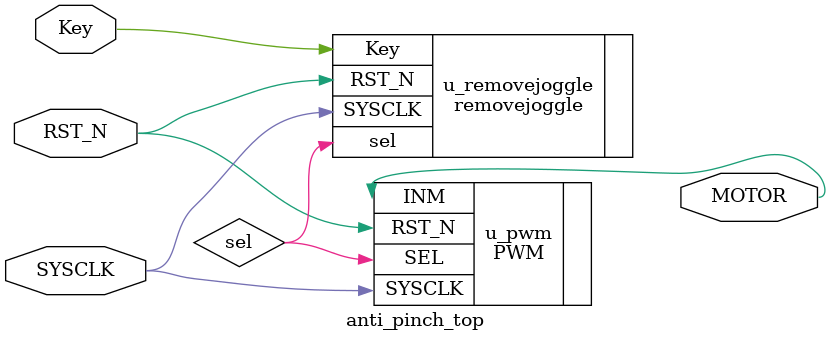
<source format=v>
`timescale 1ns / 1ps


module anti_pinch_top(
	SYSCLK,
	Key,
	RST_N,
	MOTOR
    );

input SYSCLK;
input RST_N;
input Key;
output MOTOR;

wire sel;

PWM u_pwm(
    .SYSCLK(SYSCLK),//100MHz
    .SEL(sel),
    .RST_N(RST_N),
    .INM(MOTOR)//被调制的器件
    );

removejoggle u_removejoggle(
				.SYSCLK(SYSCLK),
				.Key(Key),
				.RST_N(RST_N),
				.sel(sel)
				);

endmodule

</source>
